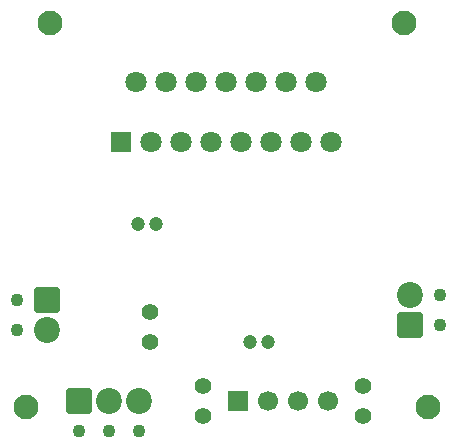
<source format=gbr>
%TF.GenerationSoftware,KiCad,Pcbnew,9.0.4*%
%TF.CreationDate,2025-09-01T01:35:23+05:30*%
%TF.ProjectId,L298,4c323938-2e6b-4696-9361-645f70636258,rev?*%
%TF.SameCoordinates,Original*%
%TF.FileFunction,Soldermask,Bot*%
%TF.FilePolarity,Negative*%
%FSLAX46Y46*%
G04 Gerber Fmt 4.6, Leading zero omitted, Abs format (unit mm)*
G04 Created by KiCad (PCBNEW 9.0.4) date 2025-09-01 01:35:23*
%MOMM*%
%LPD*%
G01*
G04 APERTURE LIST*
G04 Aperture macros list*
%AMRoundRect*
0 Rectangle with rounded corners*
0 $1 Rounding radius*
0 $2 $3 $4 $5 $6 $7 $8 $9 X,Y pos of 4 corners*
0 Add a 4 corners polygon primitive as box body*
4,1,4,$2,$3,$4,$5,$6,$7,$8,$9,$2,$3,0*
0 Add four circle primitives for the rounded corners*
1,1,$1+$1,$2,$3*
1,1,$1+$1,$4,$5*
1,1,$1+$1,$6,$7*
1,1,$1+$1,$8,$9*
0 Add four rect primitives between the rounded corners*
20,1,$1+$1,$2,$3,$4,$5,0*
20,1,$1+$1,$4,$5,$6,$7,0*
20,1,$1+$1,$6,$7,$8,$9,0*
20,1,$1+$1,$8,$9,$2,$3,0*%
G04 Aperture macros list end*
%ADD10C,1.800000*%
%ADD11R,1.800000X1.800000*%
%ADD12C,1.400000*%
%ADD13C,2.100000*%
%ADD14R,1.700000X1.700000*%
%ADD15C,1.700000*%
%ADD16C,1.100000*%
%ADD17RoundRect,0.249999X-0.850001X-0.850001X0.850001X-0.850001X0.850001X0.850001X-0.850001X0.850001X0*%
%ADD18C,2.200000*%
%ADD19RoundRect,0.249999X-0.850001X0.850001X-0.850001X-0.850001X0.850001X-0.850001X0.850001X0.850001X0*%
%ADD20C,1.200000*%
%ADD21RoundRect,0.249999X0.850001X-0.850001X0.850001X0.850001X-0.850001X0.850001X-0.850001X-0.850001X0*%
G04 APERTURE END LIST*
D10*
%TO.C,U1*%
X178810000Y-63080000D03*
X177540000Y-58000000D03*
X176270000Y-63080000D03*
X175000000Y-58000000D03*
X173730000Y-63080000D03*
X172460000Y-58000000D03*
X171190000Y-63080000D03*
X169920000Y-58000000D03*
X168650000Y-63080000D03*
X167380000Y-58000000D03*
X166110000Y-63080000D03*
X164840000Y-58000000D03*
X163570000Y-63080000D03*
X162300000Y-58000000D03*
D11*
X161030000Y-63080000D03*
%TD*%
D12*
%TO.C,JP3*%
X163500000Y-77500000D03*
X163500000Y-80040000D03*
%TD*%
%TO.C,JP2*%
X181500000Y-83750000D03*
X181500000Y-86290000D03*
%TD*%
%TO.C,JP1*%
X168000000Y-83750000D03*
X168000000Y-86290000D03*
%TD*%
D13*
%TO.C,REF\u002A\u002A*%
X185000000Y-53000000D03*
%TD*%
%TO.C,REF\u002A\u002A*%
X155000000Y-53000000D03*
%TD*%
%TO.C,REF\u002A\u002A*%
X153000000Y-85500000D03*
%TD*%
%TO.C,REF\u002A\u002A*%
X187000000Y-85500000D03*
%TD*%
D14*
%TO.C,J5*%
X170960000Y-85000000D03*
D15*
X173500000Y-85000000D03*
X176040000Y-85000000D03*
X178580000Y-85000000D03*
%TD*%
D16*
%TO.C,J3*%
X157500000Y-87540000D03*
X160040000Y-87540000D03*
X162580000Y-87540000D03*
D17*
X157500000Y-85000000D03*
D18*
X160040000Y-85000000D03*
X162580000Y-85000000D03*
%TD*%
D16*
%TO.C,J1*%
X152267500Y-76460000D03*
X152267500Y-79000000D03*
D19*
X154807500Y-76460000D03*
D18*
X154807500Y-79000000D03*
%TD*%
D20*
%TO.C,C2*%
X172000000Y-80000000D03*
X173500000Y-80000000D03*
%TD*%
%TO.C,C1*%
X162500000Y-70000000D03*
X164000000Y-70000000D03*
%TD*%
D16*
%TO.C,J2*%
X188040000Y-78540000D03*
X188040000Y-76000000D03*
D21*
X185500000Y-78540000D03*
D18*
X185500000Y-76000000D03*
%TD*%
M02*

</source>
